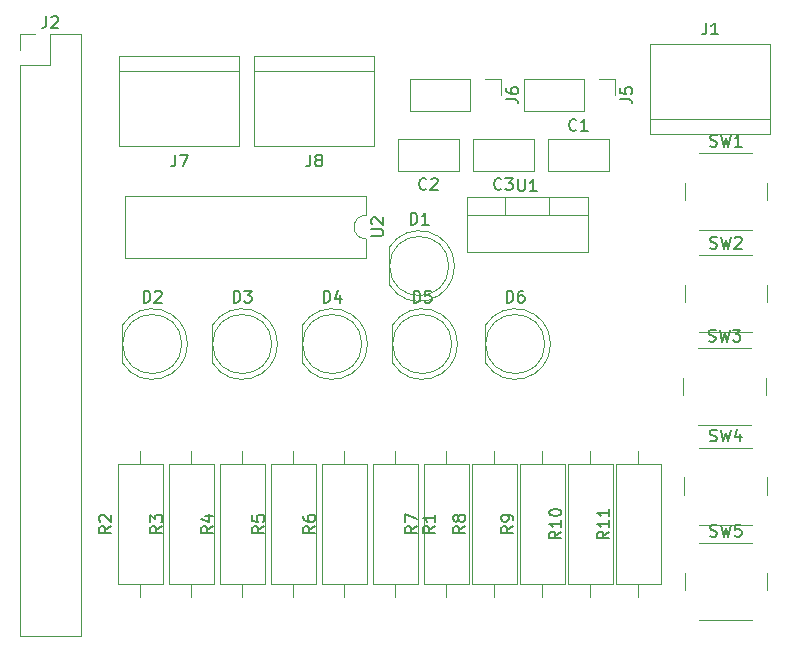
<source format=gbr>
G04 #@! TF.GenerationSoftware,KiCad,Pcbnew,(5.1.2)-2*
G04 #@! TF.CreationDate,2020-01-08T10:24:07+07:00*
G04 #@! TF.ProjectId,FPGA_PROJECT,46504741-5f50-4524-9f4a-4543542e6b69,rev?*
G04 #@! TF.SameCoordinates,Original*
G04 #@! TF.FileFunction,Legend,Top*
G04 #@! TF.FilePolarity,Positive*
%FSLAX46Y46*%
G04 Gerber Fmt 4.6, Leading zero omitted, Abs format (unit mm)*
G04 Created by KiCad (PCBNEW (5.1.2)-2) date 2020-01-08 10:24:07*
%MOMM*%
%LPD*%
G04 APERTURE LIST*
%ADD10C,0.120000*%
%ADD11C,0.150000*%
G04 APERTURE END LIST*
D10*
X136966000Y-36008000D02*
X136966000Y-37338000D01*
X135636000Y-36008000D02*
X136966000Y-36008000D01*
X134366000Y-36008000D02*
X134366000Y-38668000D01*
X134366000Y-38668000D02*
X129226000Y-38668000D01*
X134366000Y-36008000D02*
X129226000Y-36008000D01*
X129226000Y-36008000D02*
X129226000Y-38668000D01*
X120284000Y-68590000D02*
X116444000Y-68590000D01*
X116444000Y-68590000D02*
X116444000Y-78730000D01*
X116444000Y-78730000D02*
X120284000Y-78730000D01*
X120284000Y-78730000D02*
X120284000Y-68590000D01*
X118364000Y-67480000D02*
X118364000Y-68590000D01*
X118364000Y-79840000D02*
X118364000Y-78730000D01*
X124420000Y-46006000D02*
X134660000Y-46006000D01*
X124420000Y-50647000D02*
X134660000Y-50647000D01*
X124420000Y-46006000D02*
X124420000Y-50647000D01*
X134660000Y-46006000D02*
X134660000Y-50647000D01*
X124420000Y-47516000D02*
X134660000Y-47516000D01*
X127690000Y-46006000D02*
X127690000Y-47516000D01*
X131391000Y-46006000D02*
X131391000Y-47516000D01*
X112126000Y-78730000D02*
X115966000Y-78730000D01*
X115966000Y-78730000D02*
X115966000Y-68590000D01*
X115966000Y-68590000D02*
X112126000Y-68590000D01*
X112126000Y-68590000D02*
X112126000Y-78730000D01*
X114046000Y-79840000D02*
X114046000Y-78730000D01*
X114046000Y-67480000D02*
X114046000Y-68590000D01*
X149856000Y-54888000D02*
X149856000Y-53388000D01*
X148606000Y-50888000D02*
X144106000Y-50888000D01*
X142856000Y-53388000D02*
X142856000Y-54888000D01*
X144106000Y-57388000D02*
X148606000Y-57388000D01*
X109728000Y-67480000D02*
X109728000Y-68590000D01*
X109728000Y-79840000D02*
X109728000Y-78730000D01*
X107808000Y-68590000D02*
X107808000Y-78730000D01*
X111648000Y-68590000D02*
X107808000Y-68590000D01*
X111648000Y-78730000D02*
X111648000Y-68590000D01*
X107808000Y-78730000D02*
X111648000Y-78730000D01*
X131258000Y-41048000D02*
X136498000Y-41048000D01*
X131258000Y-43788000D02*
X136498000Y-43788000D01*
X131258000Y-41048000D02*
X131258000Y-43788000D01*
X136498000Y-41048000D02*
X136498000Y-43788000D01*
X118558000Y-43788000D02*
X118558000Y-41048000D01*
X123798000Y-43788000D02*
X123798000Y-41048000D01*
X123798000Y-41048000D02*
X118558000Y-41048000D01*
X123798000Y-43788000D02*
X118558000Y-43788000D01*
X130148000Y-43788000D02*
X124908000Y-43788000D01*
X130148000Y-41048000D02*
X124908000Y-41048000D01*
X130148000Y-43788000D02*
X130148000Y-41048000D01*
X124908000Y-43788000D02*
X124908000Y-41048000D01*
X117836000Y-50271000D02*
X117836000Y-53361000D01*
X122896000Y-51816000D02*
G75*
G03X122896000Y-51816000I-2500000J0D01*
G01*
X123386000Y-51815538D02*
G75*
G02X117836000Y-53360830I-2990000J-462D01*
G01*
X123386000Y-51816462D02*
G75*
G03X117836000Y-50271170I-2990000J462D01*
G01*
X100780000Y-58420462D02*
G75*
G03X95230000Y-56875170I-2990000J462D01*
G01*
X100780000Y-58419538D02*
G75*
G02X95230000Y-59964830I-2990000J-462D01*
G01*
X100290000Y-58420000D02*
G75*
G03X100290000Y-58420000I-2500000J0D01*
G01*
X95230000Y-56875000D02*
X95230000Y-59965000D01*
X108400000Y-58420462D02*
G75*
G03X102850000Y-56875170I-2990000J462D01*
G01*
X108400000Y-58419538D02*
G75*
G02X102850000Y-59964830I-2990000J-462D01*
G01*
X107910000Y-58420000D02*
G75*
G03X107910000Y-58420000I-2500000J0D01*
G01*
X102850000Y-56875000D02*
X102850000Y-59965000D01*
X110470000Y-56875000D02*
X110470000Y-59965000D01*
X115530000Y-58420000D02*
G75*
G03X115530000Y-58420000I-2500000J0D01*
G01*
X116020000Y-58419538D02*
G75*
G02X110470000Y-59964830I-2990000J-462D01*
G01*
X116020000Y-58420462D02*
G75*
G03X110470000Y-56875170I-2990000J462D01*
G01*
X123640000Y-58420462D02*
G75*
G03X118090000Y-56875170I-2990000J462D01*
G01*
X123640000Y-58419538D02*
G75*
G02X118090000Y-59964830I-2990000J-462D01*
G01*
X123150000Y-58420000D02*
G75*
G03X123150000Y-58420000I-2500000J0D01*
G01*
X118090000Y-56875000D02*
X118090000Y-59965000D01*
X125964000Y-56875000D02*
X125964000Y-59965000D01*
X131024000Y-58420000D02*
G75*
G03X131024000Y-58420000I-2500000J0D01*
G01*
X131514000Y-58419538D02*
G75*
G02X125964000Y-59964830I-2990000J-462D01*
G01*
X131514000Y-58420462D02*
G75*
G03X125964000Y-56875170I-2990000J462D01*
G01*
X139954000Y-40640000D02*
X150114000Y-40640000D01*
X139954000Y-33020000D02*
X139954000Y-40640000D01*
X150114000Y-33020000D02*
X139954000Y-33020000D01*
X150114000Y-40640000D02*
X150114000Y-33020000D01*
X150114000Y-39370000D02*
X139954000Y-39370000D01*
X119574000Y-36008000D02*
X119574000Y-38668000D01*
X124714000Y-36008000D02*
X119574000Y-36008000D01*
X124714000Y-38668000D02*
X119574000Y-38668000D01*
X124714000Y-36008000D02*
X124714000Y-38668000D01*
X125984000Y-36008000D02*
X127314000Y-36008000D01*
X127314000Y-36008000D02*
X127314000Y-37338000D01*
X94996000Y-35306000D02*
X105156000Y-35306000D01*
X94996000Y-34036000D02*
X94996000Y-41656000D01*
X94996000Y-41656000D02*
X105156000Y-41656000D01*
X105156000Y-41656000D02*
X105156000Y-34036000D01*
X105156000Y-34036000D02*
X94996000Y-34036000D01*
X106426000Y-35306000D02*
X116586000Y-35306000D01*
X106426000Y-34036000D02*
X106426000Y-41656000D01*
X106426000Y-41656000D02*
X116586000Y-41656000D01*
X116586000Y-41656000D02*
X116586000Y-34036000D01*
X116586000Y-34036000D02*
X106426000Y-34036000D01*
X96774000Y-67480000D02*
X96774000Y-68590000D01*
X96774000Y-79840000D02*
X96774000Y-78730000D01*
X94854000Y-68590000D02*
X94854000Y-78730000D01*
X98694000Y-68590000D02*
X94854000Y-68590000D01*
X98694000Y-78730000D02*
X98694000Y-68590000D01*
X94854000Y-78730000D02*
X98694000Y-78730000D01*
X99172000Y-78730000D02*
X103012000Y-78730000D01*
X103012000Y-78730000D02*
X103012000Y-68590000D01*
X103012000Y-68590000D02*
X99172000Y-68590000D01*
X99172000Y-68590000D02*
X99172000Y-78730000D01*
X101092000Y-79840000D02*
X101092000Y-78730000D01*
X101092000Y-67480000D02*
X101092000Y-68590000D01*
X105410000Y-67480000D02*
X105410000Y-68590000D01*
X105410000Y-79840000D02*
X105410000Y-78730000D01*
X103490000Y-68590000D02*
X103490000Y-78730000D01*
X107330000Y-68590000D02*
X103490000Y-68590000D01*
X107330000Y-78730000D02*
X107330000Y-68590000D01*
X103490000Y-78730000D02*
X107330000Y-78730000D01*
X144106000Y-48752000D02*
X148606000Y-48752000D01*
X142856000Y-44752000D02*
X142856000Y-46252000D01*
X148606000Y-42252000D02*
X144106000Y-42252000D01*
X149856000Y-46252000D02*
X149856000Y-44752000D01*
X144002000Y-65262000D02*
X148502000Y-65262000D01*
X142752000Y-61262000D02*
X142752000Y-62762000D01*
X148502000Y-58762000D02*
X144002000Y-58762000D01*
X149752000Y-62762000D02*
X149752000Y-61262000D01*
X149841001Y-71211001D02*
X149841001Y-69711001D01*
X148591001Y-67211001D02*
X144091001Y-67211001D01*
X142841001Y-69711001D02*
X142841001Y-71211001D01*
X144091001Y-73711001D02*
X148591001Y-73711001D01*
X144106000Y-81772000D02*
X148606000Y-81772000D01*
X142856000Y-77772000D02*
X142856000Y-79272000D01*
X148606000Y-75272000D02*
X144106000Y-75272000D01*
X149856000Y-79272000D02*
X149856000Y-77772000D01*
X115884000Y-49514000D02*
G75*
G02X115884000Y-47514000I0J1000000D01*
G01*
X115884000Y-47514000D02*
X115884000Y-45864000D01*
X115884000Y-45864000D02*
X95444000Y-45864000D01*
X95444000Y-45864000D02*
X95444000Y-51164000D01*
X95444000Y-51164000D02*
X115884000Y-51164000D01*
X115884000Y-51164000D02*
X115884000Y-49514000D01*
X86554000Y-83118000D02*
X91754000Y-83118000D01*
X86554000Y-34798000D02*
X86554000Y-83118000D01*
X91754000Y-32198000D02*
X91754000Y-83118000D01*
X86554000Y-34798000D02*
X89154000Y-34798000D01*
X89154000Y-34798000D02*
X89154000Y-32198000D01*
X89154000Y-32198000D02*
X91754000Y-32198000D01*
X86554000Y-33528000D02*
X86554000Y-32198000D01*
X86554000Y-32198000D02*
X87884000Y-32198000D01*
X120762000Y-78730000D02*
X124602000Y-78730000D01*
X124602000Y-78730000D02*
X124602000Y-68590000D01*
X124602000Y-68590000D02*
X120762000Y-68590000D01*
X120762000Y-68590000D02*
X120762000Y-78730000D01*
X122682000Y-79840000D02*
X122682000Y-78730000D01*
X122682000Y-67480000D02*
X122682000Y-68590000D01*
X126746000Y-67480000D02*
X126746000Y-68590000D01*
X126746000Y-79840000D02*
X126746000Y-78730000D01*
X124826000Y-68590000D02*
X124826000Y-78730000D01*
X128666000Y-68590000D02*
X124826000Y-68590000D01*
X128666000Y-78730000D02*
X128666000Y-68590000D01*
X124826000Y-78730000D02*
X128666000Y-78730000D01*
X128890000Y-78730000D02*
X132730000Y-78730000D01*
X132730000Y-78730000D02*
X132730000Y-68590000D01*
X132730000Y-68590000D02*
X128890000Y-68590000D01*
X128890000Y-68590000D02*
X128890000Y-78730000D01*
X130810000Y-79840000D02*
X130810000Y-78730000D01*
X130810000Y-67480000D02*
X130810000Y-68590000D01*
X134874000Y-67480000D02*
X134874000Y-68590000D01*
X134874000Y-79840000D02*
X134874000Y-78730000D01*
X132954000Y-68590000D02*
X132954000Y-78730000D01*
X136794000Y-68590000D02*
X132954000Y-68590000D01*
X136794000Y-78730000D02*
X136794000Y-68590000D01*
X132954000Y-78730000D02*
X136794000Y-78730000D01*
X137018000Y-78730000D02*
X140858000Y-78730000D01*
X140858000Y-78730000D02*
X140858000Y-68590000D01*
X140858000Y-68590000D02*
X137018000Y-68590000D01*
X137018000Y-68590000D02*
X137018000Y-78730000D01*
X138938000Y-79840000D02*
X138938000Y-78730000D01*
X138938000Y-67480000D02*
X138938000Y-68590000D01*
D11*
X137418380Y-37671333D02*
X138132666Y-37671333D01*
X138275523Y-37718952D01*
X138370761Y-37814190D01*
X138418380Y-37957047D01*
X138418380Y-38052285D01*
X137418380Y-36718952D02*
X137418380Y-37195142D01*
X137894571Y-37242761D01*
X137846952Y-37195142D01*
X137799333Y-37099904D01*
X137799333Y-36861809D01*
X137846952Y-36766571D01*
X137894571Y-36718952D01*
X137989809Y-36671333D01*
X138227904Y-36671333D01*
X138323142Y-36718952D01*
X138370761Y-36766571D01*
X138418380Y-36861809D01*
X138418380Y-37099904D01*
X138370761Y-37195142D01*
X138323142Y-37242761D01*
X121736380Y-73826666D02*
X121260190Y-74160000D01*
X121736380Y-74398095D02*
X120736380Y-74398095D01*
X120736380Y-74017142D01*
X120784000Y-73921904D01*
X120831619Y-73874285D01*
X120926857Y-73826666D01*
X121069714Y-73826666D01*
X121164952Y-73874285D01*
X121212571Y-73921904D01*
X121260190Y-74017142D01*
X121260190Y-74398095D01*
X121736380Y-72874285D02*
X121736380Y-73445714D01*
X121736380Y-73160000D02*
X120736380Y-73160000D01*
X120879238Y-73255238D01*
X120974476Y-73350476D01*
X121022095Y-73445714D01*
X128778095Y-44458380D02*
X128778095Y-45267904D01*
X128825714Y-45363142D01*
X128873333Y-45410761D01*
X128968571Y-45458380D01*
X129159047Y-45458380D01*
X129254285Y-45410761D01*
X129301904Y-45363142D01*
X129349523Y-45267904D01*
X129349523Y-44458380D01*
X130349523Y-45458380D02*
X129778095Y-45458380D01*
X130063809Y-45458380D02*
X130063809Y-44458380D01*
X129968571Y-44601238D01*
X129873333Y-44696476D01*
X129778095Y-44744095D01*
X111578380Y-73826666D02*
X111102190Y-74160000D01*
X111578380Y-74398095D02*
X110578380Y-74398095D01*
X110578380Y-74017142D01*
X110626000Y-73921904D01*
X110673619Y-73874285D01*
X110768857Y-73826666D01*
X110911714Y-73826666D01*
X111006952Y-73874285D01*
X111054571Y-73921904D01*
X111102190Y-74017142D01*
X111102190Y-74398095D01*
X110578380Y-72969523D02*
X110578380Y-73160000D01*
X110626000Y-73255238D01*
X110673619Y-73302857D01*
X110816476Y-73398095D01*
X111006952Y-73445714D01*
X111387904Y-73445714D01*
X111483142Y-73398095D01*
X111530761Y-73350476D01*
X111578380Y-73255238D01*
X111578380Y-73064761D01*
X111530761Y-72969523D01*
X111483142Y-72921904D01*
X111387904Y-72874285D01*
X111149809Y-72874285D01*
X111054571Y-72921904D01*
X111006952Y-72969523D01*
X110959333Y-73064761D01*
X110959333Y-73255238D01*
X111006952Y-73350476D01*
X111054571Y-73398095D01*
X111149809Y-73445714D01*
X145022666Y-50292761D02*
X145165523Y-50340380D01*
X145403619Y-50340380D01*
X145498857Y-50292761D01*
X145546476Y-50245142D01*
X145594095Y-50149904D01*
X145594095Y-50054666D01*
X145546476Y-49959428D01*
X145498857Y-49911809D01*
X145403619Y-49864190D01*
X145213142Y-49816571D01*
X145117904Y-49768952D01*
X145070285Y-49721333D01*
X145022666Y-49626095D01*
X145022666Y-49530857D01*
X145070285Y-49435619D01*
X145117904Y-49388000D01*
X145213142Y-49340380D01*
X145451238Y-49340380D01*
X145594095Y-49388000D01*
X145927428Y-49340380D02*
X146165523Y-50340380D01*
X146356000Y-49626095D01*
X146546476Y-50340380D01*
X146784571Y-49340380D01*
X147117904Y-49435619D02*
X147165523Y-49388000D01*
X147260761Y-49340380D01*
X147498857Y-49340380D01*
X147594095Y-49388000D01*
X147641714Y-49435619D01*
X147689333Y-49530857D01*
X147689333Y-49626095D01*
X147641714Y-49768952D01*
X147070285Y-50340380D01*
X147689333Y-50340380D01*
X107260380Y-73826666D02*
X106784190Y-74160000D01*
X107260380Y-74398095D02*
X106260380Y-74398095D01*
X106260380Y-74017142D01*
X106308000Y-73921904D01*
X106355619Y-73874285D01*
X106450857Y-73826666D01*
X106593714Y-73826666D01*
X106688952Y-73874285D01*
X106736571Y-73921904D01*
X106784190Y-74017142D01*
X106784190Y-74398095D01*
X106260380Y-72921904D02*
X106260380Y-73398095D01*
X106736571Y-73445714D01*
X106688952Y-73398095D01*
X106641333Y-73302857D01*
X106641333Y-73064761D01*
X106688952Y-72969523D01*
X106736571Y-72921904D01*
X106831809Y-72874285D01*
X107069904Y-72874285D01*
X107165142Y-72921904D01*
X107212761Y-72969523D01*
X107260380Y-73064761D01*
X107260380Y-73302857D01*
X107212761Y-73398095D01*
X107165142Y-73445714D01*
X133711333Y-40275142D02*
X133663714Y-40322761D01*
X133520857Y-40370380D01*
X133425619Y-40370380D01*
X133282761Y-40322761D01*
X133187523Y-40227523D01*
X133139904Y-40132285D01*
X133092285Y-39941809D01*
X133092285Y-39798952D01*
X133139904Y-39608476D01*
X133187523Y-39513238D01*
X133282761Y-39418000D01*
X133425619Y-39370380D01*
X133520857Y-39370380D01*
X133663714Y-39418000D01*
X133711333Y-39465619D01*
X134663714Y-40370380D02*
X134092285Y-40370380D01*
X134378000Y-40370380D02*
X134378000Y-39370380D01*
X134282761Y-39513238D01*
X134187523Y-39608476D01*
X134092285Y-39656095D01*
X121011333Y-45275142D02*
X120963714Y-45322761D01*
X120820857Y-45370380D01*
X120725619Y-45370380D01*
X120582761Y-45322761D01*
X120487523Y-45227523D01*
X120439904Y-45132285D01*
X120392285Y-44941809D01*
X120392285Y-44798952D01*
X120439904Y-44608476D01*
X120487523Y-44513238D01*
X120582761Y-44418000D01*
X120725619Y-44370380D01*
X120820857Y-44370380D01*
X120963714Y-44418000D01*
X121011333Y-44465619D01*
X121392285Y-44465619D02*
X121439904Y-44418000D01*
X121535142Y-44370380D01*
X121773238Y-44370380D01*
X121868476Y-44418000D01*
X121916095Y-44465619D01*
X121963714Y-44560857D01*
X121963714Y-44656095D01*
X121916095Y-44798952D01*
X121344666Y-45370380D01*
X121963714Y-45370380D01*
X127361333Y-45275142D02*
X127313714Y-45322761D01*
X127170857Y-45370380D01*
X127075619Y-45370380D01*
X126932761Y-45322761D01*
X126837523Y-45227523D01*
X126789904Y-45132285D01*
X126742285Y-44941809D01*
X126742285Y-44798952D01*
X126789904Y-44608476D01*
X126837523Y-44513238D01*
X126932761Y-44418000D01*
X127075619Y-44370380D01*
X127170857Y-44370380D01*
X127313714Y-44418000D01*
X127361333Y-44465619D01*
X127694666Y-44370380D02*
X128313714Y-44370380D01*
X127980380Y-44751333D01*
X128123238Y-44751333D01*
X128218476Y-44798952D01*
X128266095Y-44846571D01*
X128313714Y-44941809D01*
X128313714Y-45179904D01*
X128266095Y-45275142D01*
X128218476Y-45322761D01*
X128123238Y-45370380D01*
X127837523Y-45370380D01*
X127742285Y-45322761D01*
X127694666Y-45275142D01*
X119657904Y-48308380D02*
X119657904Y-47308380D01*
X119896000Y-47308380D01*
X120038857Y-47356000D01*
X120134095Y-47451238D01*
X120181714Y-47546476D01*
X120229333Y-47736952D01*
X120229333Y-47879809D01*
X120181714Y-48070285D01*
X120134095Y-48165523D01*
X120038857Y-48260761D01*
X119896000Y-48308380D01*
X119657904Y-48308380D01*
X121181714Y-48308380D02*
X120610285Y-48308380D01*
X120896000Y-48308380D02*
X120896000Y-47308380D01*
X120800761Y-47451238D01*
X120705523Y-47546476D01*
X120610285Y-47594095D01*
X97051904Y-54912380D02*
X97051904Y-53912380D01*
X97290000Y-53912380D01*
X97432857Y-53960000D01*
X97528095Y-54055238D01*
X97575714Y-54150476D01*
X97623333Y-54340952D01*
X97623333Y-54483809D01*
X97575714Y-54674285D01*
X97528095Y-54769523D01*
X97432857Y-54864761D01*
X97290000Y-54912380D01*
X97051904Y-54912380D01*
X98004285Y-54007619D02*
X98051904Y-53960000D01*
X98147142Y-53912380D01*
X98385238Y-53912380D01*
X98480476Y-53960000D01*
X98528095Y-54007619D01*
X98575714Y-54102857D01*
X98575714Y-54198095D01*
X98528095Y-54340952D01*
X97956666Y-54912380D01*
X98575714Y-54912380D01*
X104671904Y-54912380D02*
X104671904Y-53912380D01*
X104910000Y-53912380D01*
X105052857Y-53960000D01*
X105148095Y-54055238D01*
X105195714Y-54150476D01*
X105243333Y-54340952D01*
X105243333Y-54483809D01*
X105195714Y-54674285D01*
X105148095Y-54769523D01*
X105052857Y-54864761D01*
X104910000Y-54912380D01*
X104671904Y-54912380D01*
X105576666Y-53912380D02*
X106195714Y-53912380D01*
X105862380Y-54293333D01*
X106005238Y-54293333D01*
X106100476Y-54340952D01*
X106148095Y-54388571D01*
X106195714Y-54483809D01*
X106195714Y-54721904D01*
X106148095Y-54817142D01*
X106100476Y-54864761D01*
X106005238Y-54912380D01*
X105719523Y-54912380D01*
X105624285Y-54864761D01*
X105576666Y-54817142D01*
X112291904Y-54912380D02*
X112291904Y-53912380D01*
X112530000Y-53912380D01*
X112672857Y-53960000D01*
X112768095Y-54055238D01*
X112815714Y-54150476D01*
X112863333Y-54340952D01*
X112863333Y-54483809D01*
X112815714Y-54674285D01*
X112768095Y-54769523D01*
X112672857Y-54864761D01*
X112530000Y-54912380D01*
X112291904Y-54912380D01*
X113720476Y-54245714D02*
X113720476Y-54912380D01*
X113482380Y-53864761D02*
X113244285Y-54579047D01*
X113863333Y-54579047D01*
X119911904Y-54912380D02*
X119911904Y-53912380D01*
X120150000Y-53912380D01*
X120292857Y-53960000D01*
X120388095Y-54055238D01*
X120435714Y-54150476D01*
X120483333Y-54340952D01*
X120483333Y-54483809D01*
X120435714Y-54674285D01*
X120388095Y-54769523D01*
X120292857Y-54864761D01*
X120150000Y-54912380D01*
X119911904Y-54912380D01*
X121388095Y-53912380D02*
X120911904Y-53912380D01*
X120864285Y-54388571D01*
X120911904Y-54340952D01*
X121007142Y-54293333D01*
X121245238Y-54293333D01*
X121340476Y-54340952D01*
X121388095Y-54388571D01*
X121435714Y-54483809D01*
X121435714Y-54721904D01*
X121388095Y-54817142D01*
X121340476Y-54864761D01*
X121245238Y-54912380D01*
X121007142Y-54912380D01*
X120911904Y-54864761D01*
X120864285Y-54817142D01*
X127785904Y-54912380D02*
X127785904Y-53912380D01*
X128024000Y-53912380D01*
X128166857Y-53960000D01*
X128262095Y-54055238D01*
X128309714Y-54150476D01*
X128357333Y-54340952D01*
X128357333Y-54483809D01*
X128309714Y-54674285D01*
X128262095Y-54769523D01*
X128166857Y-54864761D01*
X128024000Y-54912380D01*
X127785904Y-54912380D01*
X129214476Y-53912380D02*
X129024000Y-53912380D01*
X128928761Y-53960000D01*
X128881142Y-54007619D01*
X128785904Y-54150476D01*
X128738285Y-54340952D01*
X128738285Y-54721904D01*
X128785904Y-54817142D01*
X128833523Y-54864761D01*
X128928761Y-54912380D01*
X129119238Y-54912380D01*
X129214476Y-54864761D01*
X129262095Y-54817142D01*
X129309714Y-54721904D01*
X129309714Y-54483809D01*
X129262095Y-54388571D01*
X129214476Y-54340952D01*
X129119238Y-54293333D01*
X128928761Y-54293333D01*
X128833523Y-54340952D01*
X128785904Y-54388571D01*
X128738285Y-54483809D01*
X144700666Y-31202380D02*
X144700666Y-31916666D01*
X144653047Y-32059523D01*
X144557809Y-32154761D01*
X144414952Y-32202380D01*
X144319714Y-32202380D01*
X145700666Y-32202380D02*
X145129238Y-32202380D01*
X145414952Y-32202380D02*
X145414952Y-31202380D01*
X145319714Y-31345238D01*
X145224476Y-31440476D01*
X145129238Y-31488095D01*
X127766380Y-37671333D02*
X128480666Y-37671333D01*
X128623523Y-37718952D01*
X128718761Y-37814190D01*
X128766380Y-37957047D01*
X128766380Y-38052285D01*
X127766380Y-36766571D02*
X127766380Y-36957047D01*
X127814000Y-37052285D01*
X127861619Y-37099904D01*
X128004476Y-37195142D01*
X128194952Y-37242761D01*
X128575904Y-37242761D01*
X128671142Y-37195142D01*
X128718761Y-37147523D01*
X128766380Y-37052285D01*
X128766380Y-36861809D01*
X128718761Y-36766571D01*
X128671142Y-36718952D01*
X128575904Y-36671333D01*
X128337809Y-36671333D01*
X128242571Y-36718952D01*
X128194952Y-36766571D01*
X128147333Y-36861809D01*
X128147333Y-37052285D01*
X128194952Y-37147523D01*
X128242571Y-37195142D01*
X128337809Y-37242761D01*
X99742666Y-42378380D02*
X99742666Y-43092666D01*
X99695047Y-43235523D01*
X99599809Y-43330761D01*
X99456952Y-43378380D01*
X99361714Y-43378380D01*
X100123619Y-42378380D02*
X100790285Y-42378380D01*
X100361714Y-43378380D01*
X111172666Y-42378380D02*
X111172666Y-43092666D01*
X111125047Y-43235523D01*
X111029809Y-43330761D01*
X110886952Y-43378380D01*
X110791714Y-43378380D01*
X111791714Y-42806952D02*
X111696476Y-42759333D01*
X111648857Y-42711714D01*
X111601238Y-42616476D01*
X111601238Y-42568857D01*
X111648857Y-42473619D01*
X111696476Y-42426000D01*
X111791714Y-42378380D01*
X111982190Y-42378380D01*
X112077428Y-42426000D01*
X112125047Y-42473619D01*
X112172666Y-42568857D01*
X112172666Y-42616476D01*
X112125047Y-42711714D01*
X112077428Y-42759333D01*
X111982190Y-42806952D01*
X111791714Y-42806952D01*
X111696476Y-42854571D01*
X111648857Y-42902190D01*
X111601238Y-42997428D01*
X111601238Y-43187904D01*
X111648857Y-43283142D01*
X111696476Y-43330761D01*
X111791714Y-43378380D01*
X111982190Y-43378380D01*
X112077428Y-43330761D01*
X112125047Y-43283142D01*
X112172666Y-43187904D01*
X112172666Y-42997428D01*
X112125047Y-42902190D01*
X112077428Y-42854571D01*
X111982190Y-42806952D01*
X94306380Y-73826666D02*
X93830190Y-74160000D01*
X94306380Y-74398095D02*
X93306380Y-74398095D01*
X93306380Y-74017142D01*
X93354000Y-73921904D01*
X93401619Y-73874285D01*
X93496857Y-73826666D01*
X93639714Y-73826666D01*
X93734952Y-73874285D01*
X93782571Y-73921904D01*
X93830190Y-74017142D01*
X93830190Y-74398095D01*
X93401619Y-73445714D02*
X93354000Y-73398095D01*
X93306380Y-73302857D01*
X93306380Y-73064761D01*
X93354000Y-72969523D01*
X93401619Y-72921904D01*
X93496857Y-72874285D01*
X93592095Y-72874285D01*
X93734952Y-72921904D01*
X94306380Y-73493333D01*
X94306380Y-72874285D01*
X98624380Y-73826666D02*
X98148190Y-74160000D01*
X98624380Y-74398095D02*
X97624380Y-74398095D01*
X97624380Y-74017142D01*
X97672000Y-73921904D01*
X97719619Y-73874285D01*
X97814857Y-73826666D01*
X97957714Y-73826666D01*
X98052952Y-73874285D01*
X98100571Y-73921904D01*
X98148190Y-74017142D01*
X98148190Y-74398095D01*
X97624380Y-73493333D02*
X97624380Y-72874285D01*
X98005333Y-73207619D01*
X98005333Y-73064761D01*
X98052952Y-72969523D01*
X98100571Y-72921904D01*
X98195809Y-72874285D01*
X98433904Y-72874285D01*
X98529142Y-72921904D01*
X98576761Y-72969523D01*
X98624380Y-73064761D01*
X98624380Y-73350476D01*
X98576761Y-73445714D01*
X98529142Y-73493333D01*
X102942380Y-73826666D02*
X102466190Y-74160000D01*
X102942380Y-74398095D02*
X101942380Y-74398095D01*
X101942380Y-74017142D01*
X101990000Y-73921904D01*
X102037619Y-73874285D01*
X102132857Y-73826666D01*
X102275714Y-73826666D01*
X102370952Y-73874285D01*
X102418571Y-73921904D01*
X102466190Y-74017142D01*
X102466190Y-74398095D01*
X102275714Y-72969523D02*
X102942380Y-72969523D01*
X101894761Y-73207619D02*
X102609047Y-73445714D01*
X102609047Y-72826666D01*
X145022666Y-41656761D02*
X145165523Y-41704380D01*
X145403619Y-41704380D01*
X145498857Y-41656761D01*
X145546476Y-41609142D01*
X145594095Y-41513904D01*
X145594095Y-41418666D01*
X145546476Y-41323428D01*
X145498857Y-41275809D01*
X145403619Y-41228190D01*
X145213142Y-41180571D01*
X145117904Y-41132952D01*
X145070285Y-41085333D01*
X145022666Y-40990095D01*
X145022666Y-40894857D01*
X145070285Y-40799619D01*
X145117904Y-40752000D01*
X145213142Y-40704380D01*
X145451238Y-40704380D01*
X145594095Y-40752000D01*
X145927428Y-40704380D02*
X146165523Y-41704380D01*
X146356000Y-40990095D01*
X146546476Y-41704380D01*
X146784571Y-40704380D01*
X147689333Y-41704380D02*
X147117904Y-41704380D01*
X147403619Y-41704380D02*
X147403619Y-40704380D01*
X147308380Y-40847238D01*
X147213142Y-40942476D01*
X147117904Y-40990095D01*
X144918666Y-58166761D02*
X145061523Y-58214380D01*
X145299619Y-58214380D01*
X145394857Y-58166761D01*
X145442476Y-58119142D01*
X145490095Y-58023904D01*
X145490095Y-57928666D01*
X145442476Y-57833428D01*
X145394857Y-57785809D01*
X145299619Y-57738190D01*
X145109142Y-57690571D01*
X145013904Y-57642952D01*
X144966285Y-57595333D01*
X144918666Y-57500095D01*
X144918666Y-57404857D01*
X144966285Y-57309619D01*
X145013904Y-57262000D01*
X145109142Y-57214380D01*
X145347238Y-57214380D01*
X145490095Y-57262000D01*
X145823428Y-57214380D02*
X146061523Y-58214380D01*
X146252000Y-57500095D01*
X146442476Y-58214380D01*
X146680571Y-57214380D01*
X146966285Y-57214380D02*
X147585333Y-57214380D01*
X147252000Y-57595333D01*
X147394857Y-57595333D01*
X147490095Y-57642952D01*
X147537714Y-57690571D01*
X147585333Y-57785809D01*
X147585333Y-58023904D01*
X147537714Y-58119142D01*
X147490095Y-58166761D01*
X147394857Y-58214380D01*
X147109142Y-58214380D01*
X147013904Y-58166761D01*
X146966285Y-58119142D01*
X145007667Y-66615762D02*
X145150524Y-66663381D01*
X145388620Y-66663381D01*
X145483858Y-66615762D01*
X145531477Y-66568143D01*
X145579096Y-66472905D01*
X145579096Y-66377667D01*
X145531477Y-66282429D01*
X145483858Y-66234810D01*
X145388620Y-66187191D01*
X145198143Y-66139572D01*
X145102905Y-66091953D01*
X145055286Y-66044334D01*
X145007667Y-65949096D01*
X145007667Y-65853858D01*
X145055286Y-65758620D01*
X145102905Y-65711001D01*
X145198143Y-65663381D01*
X145436239Y-65663381D01*
X145579096Y-65711001D01*
X145912429Y-65663381D02*
X146150524Y-66663381D01*
X146341001Y-65949096D01*
X146531477Y-66663381D01*
X146769572Y-65663381D01*
X147579096Y-65996715D02*
X147579096Y-66663381D01*
X147341001Y-65615762D02*
X147102905Y-66330048D01*
X147721953Y-66330048D01*
X145022666Y-74676761D02*
X145165523Y-74724380D01*
X145403619Y-74724380D01*
X145498857Y-74676761D01*
X145546476Y-74629142D01*
X145594095Y-74533904D01*
X145594095Y-74438666D01*
X145546476Y-74343428D01*
X145498857Y-74295809D01*
X145403619Y-74248190D01*
X145213142Y-74200571D01*
X145117904Y-74152952D01*
X145070285Y-74105333D01*
X145022666Y-74010095D01*
X145022666Y-73914857D01*
X145070285Y-73819619D01*
X145117904Y-73772000D01*
X145213142Y-73724380D01*
X145451238Y-73724380D01*
X145594095Y-73772000D01*
X145927428Y-73724380D02*
X146165523Y-74724380D01*
X146356000Y-74010095D01*
X146546476Y-74724380D01*
X146784571Y-73724380D01*
X147641714Y-73724380D02*
X147165523Y-73724380D01*
X147117904Y-74200571D01*
X147165523Y-74152952D01*
X147260761Y-74105333D01*
X147498857Y-74105333D01*
X147594095Y-74152952D01*
X147641714Y-74200571D01*
X147689333Y-74295809D01*
X147689333Y-74533904D01*
X147641714Y-74629142D01*
X147594095Y-74676761D01*
X147498857Y-74724380D01*
X147260761Y-74724380D01*
X147165523Y-74676761D01*
X147117904Y-74629142D01*
X116336380Y-49275904D02*
X117145904Y-49275904D01*
X117241142Y-49228285D01*
X117288761Y-49180666D01*
X117336380Y-49085428D01*
X117336380Y-48894952D01*
X117288761Y-48799714D01*
X117241142Y-48752095D01*
X117145904Y-48704476D01*
X116336380Y-48704476D01*
X116431619Y-48275904D02*
X116384000Y-48228285D01*
X116336380Y-48133047D01*
X116336380Y-47894952D01*
X116384000Y-47799714D01*
X116431619Y-47752095D01*
X116526857Y-47704476D01*
X116622095Y-47704476D01*
X116764952Y-47752095D01*
X117336380Y-48323523D01*
X117336380Y-47704476D01*
X88820666Y-30650380D02*
X88820666Y-31364666D01*
X88773047Y-31507523D01*
X88677809Y-31602761D01*
X88534952Y-31650380D01*
X88439714Y-31650380D01*
X89249238Y-30745619D02*
X89296857Y-30698000D01*
X89392095Y-30650380D01*
X89630190Y-30650380D01*
X89725428Y-30698000D01*
X89773047Y-30745619D01*
X89820666Y-30840857D01*
X89820666Y-30936095D01*
X89773047Y-31078952D01*
X89201619Y-31650380D01*
X89820666Y-31650380D01*
X120214380Y-73826666D02*
X119738190Y-74160000D01*
X120214380Y-74398095D02*
X119214380Y-74398095D01*
X119214380Y-74017142D01*
X119262000Y-73921904D01*
X119309619Y-73874285D01*
X119404857Y-73826666D01*
X119547714Y-73826666D01*
X119642952Y-73874285D01*
X119690571Y-73921904D01*
X119738190Y-74017142D01*
X119738190Y-74398095D01*
X119214380Y-73493333D02*
X119214380Y-72826666D01*
X120214380Y-73255238D01*
X124278380Y-73826666D02*
X123802190Y-74160000D01*
X124278380Y-74398095D02*
X123278380Y-74398095D01*
X123278380Y-74017142D01*
X123326000Y-73921904D01*
X123373619Y-73874285D01*
X123468857Y-73826666D01*
X123611714Y-73826666D01*
X123706952Y-73874285D01*
X123754571Y-73921904D01*
X123802190Y-74017142D01*
X123802190Y-74398095D01*
X123706952Y-73255238D02*
X123659333Y-73350476D01*
X123611714Y-73398095D01*
X123516476Y-73445714D01*
X123468857Y-73445714D01*
X123373619Y-73398095D01*
X123326000Y-73350476D01*
X123278380Y-73255238D01*
X123278380Y-73064761D01*
X123326000Y-72969523D01*
X123373619Y-72921904D01*
X123468857Y-72874285D01*
X123516476Y-72874285D01*
X123611714Y-72921904D01*
X123659333Y-72969523D01*
X123706952Y-73064761D01*
X123706952Y-73255238D01*
X123754571Y-73350476D01*
X123802190Y-73398095D01*
X123897428Y-73445714D01*
X124087904Y-73445714D01*
X124183142Y-73398095D01*
X124230761Y-73350476D01*
X124278380Y-73255238D01*
X124278380Y-73064761D01*
X124230761Y-72969523D01*
X124183142Y-72921904D01*
X124087904Y-72874285D01*
X123897428Y-72874285D01*
X123802190Y-72921904D01*
X123754571Y-72969523D01*
X123706952Y-73064761D01*
X128342380Y-73826666D02*
X127866190Y-74160000D01*
X128342380Y-74398095D02*
X127342380Y-74398095D01*
X127342380Y-74017142D01*
X127390000Y-73921904D01*
X127437619Y-73874285D01*
X127532857Y-73826666D01*
X127675714Y-73826666D01*
X127770952Y-73874285D01*
X127818571Y-73921904D01*
X127866190Y-74017142D01*
X127866190Y-74398095D01*
X128342380Y-73350476D02*
X128342380Y-73160000D01*
X128294761Y-73064761D01*
X128247142Y-73017142D01*
X128104285Y-72921904D01*
X127913809Y-72874285D01*
X127532857Y-72874285D01*
X127437619Y-72921904D01*
X127390000Y-72969523D01*
X127342380Y-73064761D01*
X127342380Y-73255238D01*
X127390000Y-73350476D01*
X127437619Y-73398095D01*
X127532857Y-73445714D01*
X127770952Y-73445714D01*
X127866190Y-73398095D01*
X127913809Y-73350476D01*
X127961428Y-73255238D01*
X127961428Y-73064761D01*
X127913809Y-72969523D01*
X127866190Y-72921904D01*
X127770952Y-72874285D01*
X132406380Y-74302857D02*
X131930190Y-74636190D01*
X132406380Y-74874285D02*
X131406380Y-74874285D01*
X131406380Y-74493333D01*
X131454000Y-74398095D01*
X131501619Y-74350476D01*
X131596857Y-74302857D01*
X131739714Y-74302857D01*
X131834952Y-74350476D01*
X131882571Y-74398095D01*
X131930190Y-74493333D01*
X131930190Y-74874285D01*
X132406380Y-73350476D02*
X132406380Y-73921904D01*
X132406380Y-73636190D02*
X131406380Y-73636190D01*
X131549238Y-73731428D01*
X131644476Y-73826666D01*
X131692095Y-73921904D01*
X131406380Y-72731428D02*
X131406380Y-72636190D01*
X131454000Y-72540952D01*
X131501619Y-72493333D01*
X131596857Y-72445714D01*
X131787333Y-72398095D01*
X132025428Y-72398095D01*
X132215904Y-72445714D01*
X132311142Y-72493333D01*
X132358761Y-72540952D01*
X132406380Y-72636190D01*
X132406380Y-72731428D01*
X132358761Y-72826666D01*
X132311142Y-72874285D01*
X132215904Y-72921904D01*
X132025428Y-72969523D01*
X131787333Y-72969523D01*
X131596857Y-72921904D01*
X131501619Y-72874285D01*
X131454000Y-72826666D01*
X131406380Y-72731428D01*
X136470380Y-74302857D02*
X135994190Y-74636190D01*
X136470380Y-74874285D02*
X135470380Y-74874285D01*
X135470380Y-74493333D01*
X135518000Y-74398095D01*
X135565619Y-74350476D01*
X135660857Y-74302857D01*
X135803714Y-74302857D01*
X135898952Y-74350476D01*
X135946571Y-74398095D01*
X135994190Y-74493333D01*
X135994190Y-74874285D01*
X136470380Y-73350476D02*
X136470380Y-73921904D01*
X136470380Y-73636190D02*
X135470380Y-73636190D01*
X135613238Y-73731428D01*
X135708476Y-73826666D01*
X135756095Y-73921904D01*
X136470380Y-72398095D02*
X136470380Y-72969523D01*
X136470380Y-72683809D02*
X135470380Y-72683809D01*
X135613238Y-72779047D01*
X135708476Y-72874285D01*
X135756095Y-72969523D01*
M02*

</source>
